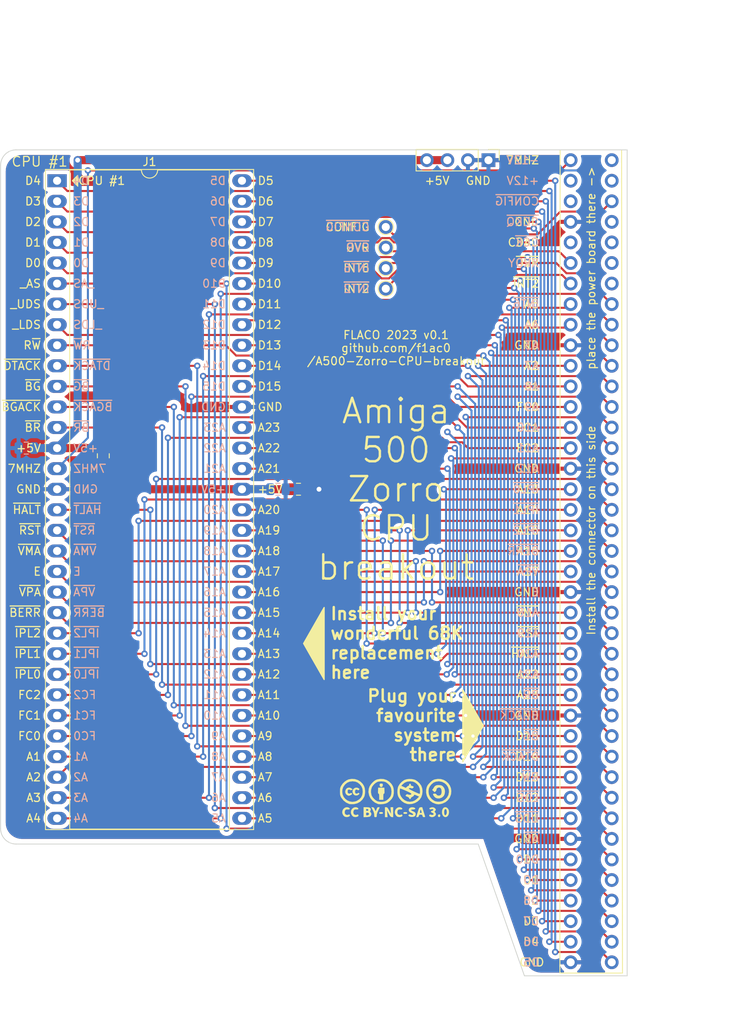
<source format=kicad_pcb>
(kicad_pcb (version 20221018) (generator pcbnew)
  (layers (0 "F.Cu" signal) (31 "B.Cu" signal) (34 "B.Paste" user) (35 "F.Paste" user) (36 "B.SilkS" user "B.Silkscreen") (37 "F.SilkS" user "F.Silkscreen") (38 "B.Mask" user) (39 "F.Mask" user) (44 "Edge.Cuts" user))
  (net 0 "")
  (net 1 "+5V")
  (net 2 "GND")
  (net 3 "/CLK7")
  (net 8 "/_CONFIG")
  (net 12 "/_OVR")
  (net 14 "/_INT2")
  (net 16 "/A5")
  (net 17 "/_INT6")
  (net 18 "/A6")
  (net 19 "/A4")
  (net 20 "/A3")
  (net 21 "/A2")
  (net 22 "/A7")
  (net 23 "/A1")
  (net 24 "/A8")
  (net 25 "/A9")
  (net 26 "/A10")
  (net 27 "/A11")
  (net 28 "/A12")
  (net 29 "/A13")
  (net 30 "/_IPL0")
  (net 31 "/A14")
  (net 32 "/_IPL1")
  (net 33 "/A15")
  (net 34 "/_IPL2")
  (net 35 "/A16")
  (net 36 "/A17")
  (net 37 "/_VPA")
  (net 38 "/E")
  (net 39 "/_VMA")
  (net 40 "/A18")
  (net 41 "/_RST")
  (net 42 "/A19")
  (net 43 "/_HALT")
  (net 44 "/A20")
  (net 45 "/A22")
  (net 46 "/A21")
  (net 47 "/A23")
  (net 48 "/_BR")
  (net 49 "/_BGACK")
  (net 50 "/D15")
  (net 51 "/_BG")
  (net 52 "/D14")
  (net 53 "/_DTACK")
  (net 54 "/D13")
  (net 55 "/RW")
  (net 56 "/D12")
  (net 57 "/_LDS")
  (net 58 "/D11")
  (net 59 "/_UDS")
  (net 60 "/_AS")
  (net 61 "/D0")
  (net 62 "/D10")
  (net 63 "/D1")
  (net 64 "/D9")
  (net 65 "/D2")
  (net 66 "/D8")
  (net 67 "/D3")
  (net 68 "/D7")
  (net 69 "/D4")
  (net 70 "/D6")
  (net 71 "/D5")
  (net 72 "/_BERR")
  (net 73 "/FC0")
  (net 74 "/FC1")
  (net 75 "/FC2")
  (footprint "Sassa:TestPoint_THTPad_D1.7mm_Drill1.0mm" (layer "F.Cu") (at 154.94 66.675)
    (fp_text reference "TP4" hide)
    (fp_text value "_CONFIG")
  )
  (footprint "Sassa:TestPoint_THTPad_D1.7mm_Drill1.0mm" (layer "F.Cu") (at 154.94 69.215)
    (fp_text reference "TP1" hide)
    (fp_text value "_OVR")
  )
  (footprint "Sassa:A500_ExpansionSocket_2x43_P2.54mm_5mm" (layer "F.Cu") (at 177.8 50.8)
    (fp_text reference "CN1" hide)
    (fp_text value "A500_Edge")
  )
  (footprint "Sassa:DIP-64_W22.86mm_Socket_LongPads_BigHoles1.0" (layer "F.Cu") (at 114.3 60.96)
    (fp_text reference "J1")
    (fp_text value "68000D socket")
  )
  (footprint "Capacitor_SMD:C_0805_2012Metric" (layer "F.Cu") (at 120.015 94.93 -90)
    (fp_text reference "C2" hide)
    (fp_text value "10u")
  )
  (footprint "Sassa:TestPoint_THTPad_D1.7mm_Drill1.0mm" (layer "F.Cu") (at 154.94 71.755)
    (fp_text reference "TP2" hide)
    (fp_text value "_INT6")
  )
  (footprint "Capacitor_SMD:C_0805_2012Metric" (layer "F.Cu") (at 144.145 99.06)
    (fp_text reference "C1" hide)
    (fp_text value "10u")
  )
  (footprint "Sassa:TestPoint_THTPad_D1.7mm_Drill1.0mm" (layer "F.Cu") (at 154.94 74.295)
    (fp_text reference "TP3" hide)
    (fp_text value "_INT2")
  )
  (footprint "Connector_PinHeader_2.54mm:PinHeader_1x04_P2.54mm_Vertical" (layer "F.Cu") (at 167.64 58.42 -90)
    (fp_text reference "J2" hide)
    (fp_text value "Power")
  )
  (footprint "Sassa:CC_BY_NC_SA_long_silkscreen" (layer "F.Cu") (at 156.21 137.16)
    (fp_text reference "FID1" hide)
    (fp_text value "Fiducial" hide)
  )
  (footprint "Capacitor_SMD:C_0805_2012Metric" (layer "B.Cu") (at 141.605 99.06)
    (fp_text reference "C3" hide)
    (fp_text value "10u")
  )
  (footprint "Capacitor_SMD:C_0805_2012Metric" (layer "B.Cu") (at 110.49 93.98 180)
    (fp_text reference "C4" hide)
    (fp_text value "10u")
  )
  (gr_poly (pts (xy 164.465 132.715) (xy 164.465 123.825) (xy 167.005 128.27)) (stroke (width 0.15)) (fill solid) (layer "F.SilkS"))
  (gr_poly (pts (xy 116.205 60.96) (xy 116.84 61.595) (xy 116.84 60.325)) (stroke (width 0.15)) (fill solid) (layer "F.SilkS"))
  (gr_poly (pts (xy 147.32 113.665) (xy 147.32 122.555) (xy 144.78 118.11)) (stroke (width 0.15)) (fill solid) (layer "F.SilkS"))
  (gr_line (start 184.785 57.15) (end 109.22 57.15) (stroke (width 0.1)) (layer "Edge.Cuts"))
  (gr_line (start 107.315 59.055) (end 107.315 140.97) (stroke (width 0.1)) (layer "Edge.Cuts"))
  (gr_line (start 184.785 159.15) (end 172.085 159.15) (stroke (width 0.1)) (layer "Edge.Cuts"))
  (gr_arc (start 107.315 59.055) (mid 107.872962 57.707962) (end 109.22 57.15) (stroke (width 0.1)) (layer "Edge.Cuts"))
  (gr_line (start 109.22 142.875) (end 166.37 142.875) (stroke (width 0.1)) (layer "Edge.Cuts"))
  (gr_line (start 166.37 142.875) (end 172.085 159.15) (stroke (width 0.1)) (layer "Edge.Cuts"))
  (gr_line (start 184.785 57.15) (end 184.785 159.15) (stroke (width 0.1)) (layer "Edge.Cuts"))
  (gr_arc (start 109.22 142.875) (mid 107.872962 142.317038) (end 107.315 140.97) (stroke (width 0.1)) (layer "Edge.Cuts"))
  (gr_text "~{CONFIG}" (at 153.035 66.675) (layer "B.SilkS") (effects (font (size 1 1)) (justify left mirror)))
  (gr_text "D10" (at 173.99 144.78) (layer "B.SilkS") (effects (font (size 1 1)) (justify left mirror)))
  (gr_text "D12" (at 135.255 78.74) (layer "B.SilkS") (effects (font (size 1 1)) (justify left mirror)))
  (gr_text "~{CCKQ}" (at 173.99 66.04) (layer "B.SilkS") (effects (font (size 1 1)) (justify left mirror)))
  (gr_text "~{IPL2}" (at 116.205 116.84) (layer "B.SilkS") (effects (font (size 1 1)) (justify right mirror)))
  (gr_text "A8" (at 135.255 132.08) (layer "B.SilkS") (effects (font (size 1 1)) (justify left mirror)))
  (gr_text "D7" (at 173.99 152.4) (layer "B.SilkS") (effects (font (size 1 1)) (justify left mirror)))
  (gr_text "E" (at 173.99 111.76) (layer "B.SilkS") (effects (font (size 1 1)) (justify left mirror)))
  (gr_text "A19" (at 135.255 104.14) (layer "B.SilkS") (effects (font (size 1 1)) (justify left mirror)))
  (gr_text "D7" (at 135.255 66.04) (layer "B.SilkS") (effects (font (size 1 1)) (justify left mirror)))
  (gr_text "~{DTACK}" (at 173.99 132.08) (layer "B.SilkS") (effects (font (size 1 1)) (justify left mirror)))
  (gr_text "~{HALT}" (at 116.205 101.6) (layer "B.SilkS") (effects (font (size 1 1)) (justify right mirror)))
  (gr_text "+5V" (at 116.205 93.98) (layer "B.SilkS") (effects (font (size 1 1)) (justify right mirror)))
  (gr_text "A19" (at 173.99 116.84) (layer "B.SilkS") (effects (font (size 1 1)) (justify left mirror)))
  (gr_text "~{BR}" (at 116.205 91.44) (layer "B.SilkS") (effects (font (size 1 1)) (justify right mirror)))
  (gr_text "A5" (at 135.255 139.7) (layer "B.SilkS") (effects (font (size 1 1)) (justify left mirror)))
  (gr_text "R~{W}" (at 173.99 134.62) (layer "B.SilkS") (effects (font (size 1 1)) (justify left mirror)))
  (gr_text "+5V" (at 135.255 99.06) (layer "B.SilkS") (effects (font (size 1 1)) (justify left mirror)))
  (gr_text "~{VMA}" (at 116.205 106.68) (layer "B.SilkS") (effects (font (size 1 1)) (justify right mirror)))
  (gr_text "A20" (at 173.99 119.38) (layer "B.SilkS") (effects (font (size 1 1)) (justify left mirror)))
  (gr_text "A9" (at 135.255 129.54) (layer "B.SilkS") (effects (font (size 1 1)) (justify left mirror)))
  (gr_text "A8" (at 173.99 86.36) (layer "B.SilkS") (effects (font (size 1 1)) (justify left mirror)))
  (gr_text "D1" (at 116.205 68.58) (layer "B.SilkS") (effects (font (size 1 1)) (justify right mirror)))
  (gr_text "A3" (at 116.205 137.16) (layer "B.SilkS") (effects (font (size 1 1)) (justify right mirror)))
  (gr_text "~{OVR}" (at 153.035 69.215) (layer "B.SilkS") (effects (font (size 1 1)) (justify left mirror)))
  (gr_text "~{VPA}" (at 173.99 109.22) (layer "B.SilkS") (effects (font (size 1 1)) (justify left mirror)))
  (gr_text "~{IPL0}" (at 173.99 99.06) (layer "B.SilkS") (effects (font (size 1 1)) (justify left mirror)))
  (gr_text "GND" (at 116.205 99.06) (layer "B.SilkS") (effects (font (size 1 1)) (justify right mirror)))
  (gr_text "~{INT2}" (at 153.035 74.295) (layer "B.SilkS") (effects (font (size 1 1)) (justify left mirror)))
  (gr_text "_UDS" (at 116.205 76.2) (layer "B.SilkS") (effects (font (size 1 1)) (justify right mirror)))
  (gr_text "A21" (at 135.255 96.52) (layer "B.SilkS") (effects (font (size 1 1)) (justify left mirror)))
  (gr_text "A17" (at 135.255 109.22) (layer "B.SilkS") (effects (font (size 1 1)) (justify left mirror)))
  (gr_text "D9" (at 135.255 71.12) (layer "B.SilkS") (effects (font (size 1 1)) (justify left mirror)))
  (gr_text "FC0" (at 116.205 129.54) (layer "B.SilkS") (effects (font (size 1 1)) (justify right mirror)))
  (gr_text "A11" (at 135.255 124.46) (layer "B.SilkS") (effects (font (size 1 1)) (justify left mirror)))
  (gr_text "D9" (at 173.99 147.32) (layer "B.SilkS") (effects (font (size 1 1)) (justify left mirror)))
  (gr_text "~{IPL0}" (at 116.205 121.92) (layer "B.SilkS") (effects (font (size 1 1)) (justify right mirror)))
  (gr_text "D10" (at 135.255 73.66) (layer "B.SilkS") (effects (font (size 1 1)) (justify left mirror)))
  (gr_text "D13" (at 135.255 81.28) (layer "B.SilkS") (effects (font (size 1 1)) (justify left mirror)))
  (gr_text "~{BERR}" (at 173.99 106.68) (layer "B.SilkS") (effects (font (size 1 1)) (justify left mirror)))
  (gr_text "~{INT6}" (at 173.99 76.2) (layer "B.SilkS") (effects (font (size 1 1)) (justify left mirror)))
  (gr_text "A4" (at 116.205 139.7) (layer "B.SilkS") (effects (font (size 1 1)) (justify right mirror)))
  (gr_text "D8" (at 135.255 68.58) (layer "B.SilkS") (effects (font (size 1 1)) (justify left mirror)))
  (gr_text "~{CONFIG}" (at 173.99 63.5) (layer "B.SilkS") (effects (font (size 1 1)) (justify left mirror)))
  (gr_text "D14" (at 135.255 83.82) (layer "B.SilkS") (effects (font (size 1 1)) (justify left mirror)))
  (gr_text "~{BGACK}" (at 116.205 88.9) (layer "B.SilkS") (effects (font (size 1 1)) (justify right mirror)))
  (gr_text "D6" (at 173.99 154.94) (layer "B.SilkS") (effects (font (size 1 1)) (justify left mirror)))
  (gr_text "A18" (at 173.99 114.3) (layer "B.SilkS") (effects (font (size 1 1)) (justify left mirror)))
  (gr_text "A7" (at 173.99 83.82) (layer "B.SilkS") (effects (font (size 1 1)) (justify left mirror)))
  (gr_text "~{LDS}" (at 173.99 137.16) (layer "B.SilkS") (effects (font (size 1 1)) (justify left mirror)))
  (gr_text "A10" (at 135.255 127) (layer "B.SilkS") (effects (font (size 1 1)) (justify left mirror)))
  (gr_text "_AS" (at 116.205 73.66) (layer "B.SilkS") (effects (font (size 1 1)) (justify right mirror)))
  (gr_text "_LDS" (at 116.205 78.74) (layer "B.SilkS") (effects (font (size 1 1)) (justify right mirror)))
  (gr_text "~{IPL1}" (at 173.99 101.6) (layer "B.SilkS") (effects (font (size 1 1)) (justify left mirror)))
  (gr_text "A14" (at 135.255 116.84) (layer "B.SilkS") (effects (font (size 1 1)) (justify left mirror)))
  (gr_text "A21" (at 173.99 121.92) (layer "B.SilkS") (effects (font (size 1 1)) (justify left mirror)))
  (gr_text "A20" (at 135.255 101.6) (layer "B.SilkS") (effects (font (size 1 1)) (justify left mirror)))
  (gr_text "A18" (at 135.255 106.68) (layer "B.SilkS") (effects (font (size 1 1)) (justify left mirror)))
  (gr_text "A4" (at 173.99 78.74) (layer "B.SilkS") (effects (font (size 1 1)) (justify left mirror)))
  (gr_text "~{BG}" (at 173.99 129.54) (layer "B.SilkS") (effects (font (size 1 1)) (justify left mirror)))
  (gr_text "~{CCK}" (at 173.99 68.58) (layer "B.SilkS") (effects (font (size 1 1)) (justify left mirror)))
  (gr_text "~{IPL2}" (at 173.99 104.14) (layer "B.SilkS") (effects (font (size 1 1)) (justify left mirror)))
  (gr_text "A15" (at 135.255 114.3) (layer "B.SilkS") (effects (font (size 1 1)) (justify left mirror)))
  (gr_text "A7" (at 135.255 134.62) (layer "B.SilkS") (effects (font (size 1 1)) (justify left mirror)))
  (gr_text "~{BGACK}" (at 173.99 127) (layer "B.SilkS") (effects (font (size 1 1)) (justify left mirror)))
  (gr_text "D15" (at 135.255 86.36) (layer "B.SilkS") (effects (font (size 1 1)) (justify left mirror)))
  (gr_text "FC1" (at 116.205 127) (layer "B.SilkS") (effects (font (size 1 1)) (justify right mirror)))
  (gr_text "XRDY" (at 173.99 71.12) (layer "B.SilkS") (effects (font (size 1 1)) (justify left mirror)))
  (gr_text "~{IPL1}" (at 116.205 119.38) (layer "B.SilkS") (effects (font (size 1 1)) (justify right mirror)))
  (gr_text "D5" (at 135.255 60.96) (layer "B.SilkS") (effects (font (size 1 1)) (justify left mirror)))
  (gr_text "-12V" (at 173.99 58.42) (layer "B.SilkS") (effects (font (size 1 1)) (justify left mirror)))
  (gr_text "A9" (at 173.99 88.9) (layer "B.SilkS") (effects (font (size 1 1)) (justify left mirror)))
  (gr_text "D6" (at 135.255 63.5) (layer "B.SilkS") (effects (font (size 1 1)) (justify left mirror)))
  (gr_text "FC2" (at 116.205 124.46) (layer "B.SilkS") (effects (font (size 1 1)) (justify right mirror)))
  (gr_text "A13" (at 135.255 119.38) (layer "B.SilkS") (effects (font (size 1 1)) (justify left mirror)))
  (gr_text "D4" (at 116.205 60.96) (layer "B.SilkS") (effects (font (size 1 1)) (justify right mirror)))
  (gr_text "A12" (at 135.255 121.92) (layer "B.SilkS") (effects (font (size 1 1)) (justify left mirror)))
  (gr_text "~{VPA}" (at 116.205 111.76) (layer "B.SilkS") (effects (font (size 1 1)) (justify right mirror)))
  (gr_text "~{BR}" (at 173.99 124.46) (layer "B.SilkS") (effects (font (size 1 1)) (justify left mirror)))
  (gr_text "A16" (at 135.255 111.76) (layer "B.SilkS") (effects (font (size 1 1)) (justify left mirror)))
  (gr_text "~{AS}" (at 173.99 142.24) (layer "B.SilkS") (effects (font (size 1 1)) (justify left mirror)))
  (gr_text "GND" (at 135.255 88.9) (layer "B.SilkS") (effects (font (size 1 1)) (justify left mirror)))
  (gr_text "D5" (at 173.99 157.48) (layer "B.SilkS") (effects (font (size 1 1)) (justify left mirror)))
  (gr_text "A3" (at 173.99 81.28) (layer "B.SilkS") (effects (font (size 1 1)) (justify left mirror)))
  (gr_text "A1" (at 116.205 132.08) (layer "B.SilkS") (effects (font (size 1 1)) (justify right mirror)))
  (gr_text "~{BG}" (at 116.205 86.36) (layer "B.SilkS") (effects (font (size 1 1)) (justify right mirror)))
  (gr_text "D3" (at 116.205 63.5) (layer "B.SilkS") (effects (font (size 1 1)) (justify right mirror)))
  (gr_text "A10" (at 173.99 91.44) (layer "B.SilkS") (effects (font (size 1 1)) (justify left mirror)))
  (gr_text "R~{W}" (at 116.205 81.28) (layer "B.SilkS") (effects (font (size 1 1)) (justify right mirror)))
  (gr_text "A6" (at 135.255 137.16) (layer "B.SilkS") (effects (font (size 1 1)) (justify left mirror)))
  (gr_text "~{BERR}" (at 116.205 114.3) (layer "B.SilkS") (effects (font (size 1 1)) (justify right mirror)))
  (gr_text "D2" (at 116.205 66.04) (layer "B.SilkS") (effects (font (size 1 1)) (justify right mirror)))
  (gr_text "~{INT6}" (at 153.035 71.755) (layer "B.SilkS") (effects (font (size 1 1)) (justify left mirror)))
  (gr_text "+12V" (at 173.99 60.96) (layer "B.SilkS") (effects (font (size 1 1)) (justify left mirror)))
  (gr_text "D8" (at 173.99 149.86) (layer "B.SilkS") (effects (font (size 1 1)) (justify left mirror)))
  (gr_text "~{DTACK}" (at 116.205 83.82) (layer "B.SilkS") (effects (font (size 1 1)) (justify right mirror)))
  (gr_text "A23" (at 135.255 91.44) (layer "B.SilkS") (effects (font (size 1 1)) (justify left mirror)))
  (gr_text "A12" (at 173.99 96.52) (layer "B.SilkS") (effects (font (size 1 1)) (justify left mirror)))
  (gr_text "A2" (at 116.205 134.62) (layer "B.SilkS") (effects (font (size 1 1)) (justify right mirror)))
  (gr_text "D0" (at 116.205 71.12) (layer "B.SilkS") (effects (font (size 1 1)) (justify right mirror)))
  (gr_text "7MHZ" (at 116.205 96.52) (layer "B.SilkS") (effects (font (size 1 1)) (justify right mirror)))
  (gr_text "A11" (at 173.99 93.98) (layer "B.SilkS") (effects (font (size 1 1)) (justify left mirror)))
  (gr_text "~{RST}" (at 116.205 104.14) (layer "B.SilkS") (effects (font (size 1 1)) (justify right mirror)))
  (gr_text "A22" (at 135.255 93.98) (layer "B.SilkS") (effects (font (size 1 1)) (justify left mirror)))
  (gr_text "D11" (at 135.255 76.2) (layer "B.SilkS") (effects (font (size 1 1)) (justify left mirror)))
  (gr_text "E" (at 116.205 109.22) (layer "B.SilkS") (effects (font (size 1 1)) (justify right mirror)))
  (gr_text "~{UDS}" (at 173.99 139.7) (layer "B.SilkS") (effects (font (size 1 1)) (justify left mirror)))
  (gr_text "D7" (at 139.01738 66.04) (layer "F.SilkS") (effects (font (size 1 1)) (justify left)))
  (gr_text "_UDS" (at 112.395 76.2) (layer "F.SilkS") (effects (font (size 1 1)) (justify right)))
  (gr_text "A13" (at 173.99 99.06) (layer "F.SilkS") (effects (font (size 1 1)) (justify right)))
  (gr_text "FLACO 2023 v0.1\ngithub.com/f1ac0\n/A500-Zorro-CPU-breakout" (at 156.21 83.82) (layer "F.SilkS") (effects (font (size 1 1)) (justify bottom)))
  (gr_text "A10" (at 139.01738 127) (layer "F.SilkS") (effects (font (size 1 1)) (justify left)))
  (gr_text "A2" (at 173.99 83.82) (layer "F.SilkS") (effects (font (size 1 1)) (justify right)))
  (gr_text "A12" (at 139.01738 121.92) (layer "F.SilkS") (effects (font (size 1 1)) (justify left)))
  (gr_text "+5V" (at 112.395 93.98) (layer "F.SilkS") (effects (font (size 1 1)) (justify right)))
  (gr_text "D2" (at 173.99 149.86) (layer "F.SilkS") (effects (font (size 1 1)) (justify right)))
  (gr_text "~{INT2}" (at 153.035 74.295) (layer "F.SilkS") (effects (font (size 1 1)) (justify right)))
  (gr_text "A6" (at 139.01738 137.16) (layer "F.SilkS") (effects (font (size 1 1)) (justify left)))
  (gr_text "A13" (at 139.01738 119.38) (layer "F.SilkS") (effects (font (size 1 1)) (justify left)))
  (gr_text "D9" (at 139.01738 71.12) (layer "F.SilkS") (effects (font (size 1 1)) (justify left)))
  (gr_text "~{VMA}" (at 173.99 114.3) (layer "F.SilkS") (effects (font (size 1 1)) (justify right)))
  (gr_text "~{OVR}" (at 153.035 69.215) (layer "F.SilkS") (effects (font (size 1 1)) (justify right)))
  (gr_text "A5" (at 139.01738 139.7) (layer "F.SilkS") (effects (font (size 1 1)) (justify left)))
  (gr_text "GND" (at 173.99 111.76) (layer "F.SilkS") (effects (font (size 1 1)) (justify right)))
  (gr_text "~{BERR}" (at 112.395 114.3) (layer "F.SilkS") (effects (font (size 1 1)) (justify right)))
  (gr_text "GND" (at 112.395 99.06) (layer "F.SilkS") (effects (font (size 1 1)) (justify right)))
  (gr_text "~{INT2}" (at 173.99 73.66) (layer "F.SilkS") (effects (font (size 1 1)) (justify right)))
  (gr_text "~{RST}" (at 112.395 104.14) (layer "F.SilkS") (effects (font (size 1 1)) (justify right)))
  (gr_text "D14" (at 139.01738 83.82) (layer "F.SilkS") (effects (font (size 1 1)) (justify left)))
  (gr_text "A14" (at 173.99 101.6) (layer "F.SilkS") (effects (font (size 1 1)) (justify right)))
  (gr_text "GND" (at 173.99 142.24) (layer "F.SilkS") (effects (font (size 1 1)) (justify right)))
  (gr_text "A7" (at 139.01738 134.62) (layer "F.SilkS") (effects (font (size 1 1)) (justify left)))
  (gr_text "D11" (at 173.99 139.7) (layer "F.SilkS") (effects (font (size 1 1)) (justify right)))
  (gr_text "D12" (at 139.01738 78.74) (layer "F.SilkS") (effects (font (size 1 1)) (justify left)))
  (gr_text "A22" (at 139.01738 93.98) (layer "F.SilkS") (effects (font (size 1 1)) (justify left)))
  (gr_text "_AS" (at 112.395 73.66) (layer "F.SilkS") (effects (font (size 1 1)) (justify right)))
  (gr_text "GND" (at 173.99 66.04) (layer "F.SilkS") (effects (font (size 1 1)) (justify right)))
  (gr_text "+5V" (at 161.29 60.96) (layer "F.SilkS") (effects (font (size 1 1))))
  (gr_text "A15" (at 173.99 104.14) (layer "F.SilkS") (effects (font (size 1 1)) (justify right)))
  (gr_text "A9" (at 139.01738 129.54) (layer "F.SilkS") (effects (font (size 1 1)) (justify left)))
  (gr_text "D15" (at 173.99 129.54) (layer "F.SilkS") (effects (font (size 1 1)) (justify right)))
  (gr_text "~{OVR}" (at 173.99 71.12) (layer "F.SilkS") (effects (font (size 1 1)) (justify right)))
  (gr_text "CPU #1" (at 108.585 59.309) (layer "F.SilkS") (effects (font (size 1.2 1.2)) (justify left bottom)))
  (gr_text "~{BG}" (at 112.395 86.36) (layer "F.SilkS") (effects (font (size 1 1)) (justify right)))
  (gr_text "D4" (at 112.395 60.96) (layer "F.SilkS") (effects (font (size 1 1)) (justify right)))
  (gr_text "GND" (at 173.99 81.28) (layer "F.SilkS") (effects (font (size 1 1)) (justify right)))
  (gr_text "~{DTACK}" (at 112.395 83.82) (layer "F.SilkS") (effects (font (size 1 1)) (justify right)))
  (gr_text "~{IPL0}" (at 112.395 121.92) (layer "F.SilkS") (effects (font (size 1 1)) (justify right)))
  (gr_text "A5" (at 173.99 76.2) (layer "F.SilkS") (effects (font (size 1 1)) (justify right)))
  (gr_text "FC2" (at 112.395 124.46) (layer "F.SilkS") (effects (font (size 1 1)) (justify right)))
  (gr_text "A14" (at 139.01738 116.84) (layer "F.SilkS") (effects (font (size 1 1)) (justify left)))
  (gr_text "A1" (at 173.99 86.36) (layer "F.SilkS") (effects (font (size 1 1)) (justify right)))
  (gr_text "D0" (at 112.395 71.12) (layer "F.SilkS") (effects (font (size 1 1)) (justify right)))
  (gr_text "A17" (at 139.01738 109.22) (layer "F.SilkS") (effects (font (size 1 1)) (justify left)))
  (gr_text "A2" (at 112.395 134.62) (layer "F.SilkS") (effects (font (size 1 1)) (justify right)))
  (gr_text "7MHZ" (at 173.99 58.42) (layer "F.SilkS") (effects (font (size 1 1)) (justify right)))
  (gr_text "D0" (at 173.99 144.78) (layer "F.SilkS") (effects (font (size 1 1)) (justify right)))
  (gr_text "A1" (at 112.395 132.08) (layer "F.SilkS") (effects (font (size 1 1)) (justify right)))
  (gr_text "GND" (at 174.625 157.48) (layer "F.SilkS") (effects (font (size 1 1)) (justify right)))
  (gr_text "~{VMA}" (at 112.395 106.68) (layer "F.SilkS") (effects (font (size 1 1)) (justify right)))
  (gr_text "Amiga\n500\nZorro\nCPU\nbreakout" (at 156.21 99.06) (layer "F.SilkS") (effects (font (size 3 3) (thickness 0.3) bold)))
  (gr_text "GND" (at 173.99 127) (layer "F.SilkS") (effects (font (size 1 1)) (justify right)))
  (gr_text "D4" (at 173.99 154.94) (layer "F.SilkS") (effects (font (size 1 1)) (justify right)))
  (gr_text "D3" (at 112.395 63.5) (layer "F.SilkS") (effects (font (size 1 1)) (justify right)))
  (gr_text "~{CONFIG}" (at 153.035 66.675) (layer "F.SilkS") (effects (font (size 1 1)) (justify right)))
  (gr_text "~{VPA}" (at 112.395 111.76) (layer "F.SilkS") (effects (font (size 1 1)) (justify right)))
  (gr_text "A20" (at 139.01738 101.6) (layer "F.SilkS") (effects (font (size 1 1)) (justify left)))
  (gr_text "~{BR}" (at 112.395 91.44) (layer "F.SilkS") (effects (font (size 1 1)) (justify right)))
  (gr_text "place the power board there ->" (at 180.34 71.755 90) (layer "F.SilkS") (effects (font (size 1 1))))
  (gr_text "FC2" (at 173.99 93.98) (layer "F.SilkS") (effects (font (size 1 1)) (justify right)))
  (gr_text "A19" (at 139.01738 104.14) (layer "F.SilkS") (effects (font (size 1 1)) (justify left)))
  (gr_text "D6" (at 139.01738 63.5) (layer "F.SilkS") (effects (font (size 1 1)) (justify left)))
  (gr_text "D3" (at 173.99 152.4) (layer "F.SilkS") (effects (font (size 1 1)) (justify right)))
  (gr_text "CPU #1" (at 116.84 60.96) (layer "F.SilkS") (effects (font (size 1 1)) (justify left)))
  (gr_text "A16" (at 173.99 106.68) (layer "F.SilkS") (effects (font (size 1 1)) (justify right)))
  (gr_text "GND" (at 173.99 96.52) (layer "F.SilkS") (effects (font (size 1 1)) (justify right)))
  (gr_text "D10" (at 139.01738 73.66) (layer "F.SilkS") (effects (font (size 1 1)) (justify left)))
  (gr_text "E" (at 112.395 109.22) (layer "F.SilkS") (effects (font (size 1 1)) (justify right)))
  (gr_text "A21" (at 139.01738 96.52) (layer "F.SilkS") (effects (font (size 1 1)) (justify left)))
  (gr_text "+5V" (at 139.01738 99.06) (layer "F.SilkS") (effects (font (size 1 1)) (justify left)))
  (gr_text "A6" (at 173.99 78.74) (layer "F.SilkS") (effects (font (size 1 1)) (justify right)))
  (gr_text "Install the connector on this side" (at 180.34 104.14 90) (layer "F.SilkS") (effects (font (size 1 1))))
  (gr_text "R~{W}" (at 112.395 81.28) (layer "F.SilkS") (effects (font (size 1 1)) (justify right)))
  (gr_text "A23" (at 173.99 124.46) (layer "F.SilkS") (effects (font (size 1 1)) (justify right)))
  (gr_text "D15" (at 139.01738 86.36) (layer "F.SilkS") (effects (font (size 1 1)) (justify left)))
  (gr_text "D14" (at 173.99 132.08) (layer "F.SilkS") (effects (font (size 1 1)) (justify right)))
  (gr_text "D13" (at 173.99 134.62) (layer "F.SilkS") (effects (font (size 1 1)) (justify right)))
  (gr_text "A3" (at 112.395 137.16) (layer "F.SilkS") (effects (font (size 1 1)) (justify right)))
  (gr_text "D2" (at 112.395 66.04) (layer "F.SilkS") (effects (font (size 1 1)) (justify right)))
  (gr_text "A16" (at 139.01738 111.76) (layer "F.SilkS") (effects (font (size 1 1)) (justify left)))
  (gr_text "FC0" (at 173.99 88.9) (layer "F.SilkS") (effects (font (size 1 1)) (justify right)))
  (gr_text "D13" (at 139.01738 81.28) (layer "F.SilkS") (effects (font (size 1 1)) (justify left)))
  (gr_text "A22" (at 173.99 121.92) (layer "F.SilkS") (effects (font (size 1 1)) (justify right)))
  (gr_text "~{IPL2}" (at 112.395 116.84) (layer "F.SilkS") (effects (font (size 1 1)) (justify right)))
  (gr_text "A15" (at 139.01738 114.3) (layer "F.SilkS") (effects (font (size 1 1)) (justify left)))
  (gr_text "FC0" (at 112.395 129.54) (layer "F.SilkS") (effects (font (size 1 1)) (justify right)))
  (gr_text "A8" (at 139.01738 132.08) (layer "F.SilkS") (effects (font (size 1 1)) (justify left)))
  (gr_text "~{INT6}" (at 153.035 71.755) (layer "F.SilkS") (effects (font (size 1 1)) (justify right)))
  (gr_text "A17" (at 173.99 109.22) (layer "F.SilkS") (effects (font (size 1 1)) (justify right)))
  (gr_text "~{BGACK}" (at 112.395 88.9) (layer "F.SilkS") (effects (font (size 1 1)) (justify right)))
  (gr_text "A4" (at 112.395 139.7) (layer "F.SilkS") (effects (font (size 1 1)) (justify right)))
  (gr_text "GND" (at 139.01738 88.9) (layer "F.SilkS") (effects (font (size 1 1)) (justify left)))
  (gr_text "A18" (at 139.01738 106.68) (layer "F.SilkS") (effects (font (size 1 1)) (justify left)))
  (gr_text "FC1" (at 112.395 127) (layer "F.SilkS") (effects (font (size 1 1)) (justify right)))
  (gr_text "_LDS" (at 112.395 78.74) (layer "F.SilkS") (effects (font (size 1 1)) (justify right)))
  (gr_text "Install your\nwonderful 68K\nreplacement\nhere" (at 147.955 122.555) (layer "F.SilkS") (effects (font (size 1.5 1.5) (thickness 0.3) bold) (justify left bottom)))
  (gr_text "D8" (at 139.01738 68.58) (layer "F.SilkS") (effects (font (size 1 1)) (justify left)))
  (gr_text "~{HALT}" (at 173.99 119.38) (layer "F.SilkS") (effects (font (size 1 1)) (justify right)))
  (gr_text "D1" (at 173.99 147.32) (layer "F.SilkS") (effects (font (size 1 1)) (justify right)))
  (gr_text "A23" (at 139.01738 91.44) (layer "F.SilkS") (effects (font (size 1 1)) (justify left)))
  (gr_text "GND" (at 166.37 60.96) (layer "F.SilkS") (effects (font (size 1 1))))
  (gr_text "D1" (at 112.395 68.58) (layer "F.SilkS") (effects (font (size 1 1)) (justify right)))
  (gr_text "7MHZ" (at 112.395 96.52) (layer "F.SilkS") (effects (font (size 1 1)) (justify right)))
  (gr_text "~{IPL1}" (at 112.395 119.38) (layer "F.SilkS") (effects (font (size 1 1)) (justify right)))
  (gr_text "D12" (at 173.99 137.16) (layer "F.SilkS") (effects (font (size 1 1)) (justify right)))
  (gr_text "D5" (at 139.01738 60.96) (layer "F.SilkS") (effects (font (size 1 1)) (justify left)))
  (gr_text "Plug your\nfavourite\nsystem\nthere" (at 163.83 132.715) (layer "F.SilkS") (effects (font (size 1.5 1.5) (thickness 0.3) bold) (justify right bottom)))
  (gr_text "CDAC" (at 173.99 68.58) (layer "F.SilkS") (effects (font (size 1 1)) (justify right)))
  (gr_text "~{HALT}" (at 112.395 101.6) (layer "F.SilkS") (effects (font (size 1 1)) (justify right)))
  (gr_text "~{RST}" (at 173.99 116.84) (layer "F.SilkS") (effects (font (size 1 1)) (justify right)))
  (gr_text "A11" (at 139.01738 124.46) (layer "F.SilkS") (effects (font (size 1 1)) (justify left)))
  (gr_text "D11" (at 139.01738 76.2) (layer "F.SilkS") (effects (font (size 1 1)) (justify left)))
  (gr_text "FC1" (at 173.99 91.44) (layer "F.SilkS") (effects (font (size 1 1)) (justify right)))
  (segment (start 114.3 93.98) (end 120.65 93.98) (width 1) (layer "F.Cu") (net 1))
  (segment (start 125.73 99.06) (end 137.16 99.06) (width 1) (layer "F.Cu") (net 1))
  (segment (start 116.84 58.42) (end 162.56 58.42) (width 1) (layer "F.Cu") (net 1))
  (segment (start 120.65 93.98) (end 125.73 99.06) (width 1) (layer "F.Cu") (net 1))
  (segment (start 143.195 99.06) (end 137.16 99.06) (width 1) (layer "F.Cu") (net 1))
  (via (at 116.84 58.42) (size 1) (drill 0.6) (layers "F.Cu" "B.Cu") (net 1))
  (segment (start 116.84 58.42) (end 116.84 91.44) (width 1) (layer "B.Cu") (net 1))
  (segment (start 137.16 99.06) (end 140.655 99.06) (width 1) (layer "B.Cu") (net 1))
  (segment (start 116.84 91.44) (end 114.3 93.98) (width 1) (layer "B.Cu") (net 1))
  (segment (start 114.3 93.98) (end 111.44 93.98) (width 1) (layer "B.Cu") (net 1))
  (segment (start 145.095 99.06) (end 146.685 99.06) (width 1) (layer "F.Cu") (net 2))
  (via (at 146.685 99.06) (size 1) (drill 0.6) (layers "F.Cu" "B.Cu") (net 2))
  (segment (start 179.705 59.69) (end 175.895 59.69) (width 0.25) (layer "B.Cu") (net 2))
  (segment (start 118.11 59.69) (end 176.53 59.69) (width 0.25) (layer "F.Cu") (net 3))
  (segment (start 176.53 59.69) (end 177.8 58.42) (width 0.25) (layer "F.Cu") (net 3))
  (via (at 118.11 59.69) (size 0.8) (drill 0.4) (layers "F.Cu" "B.Cu") (net 3))
  (segment (start 118.11 92.71) (end 114.3 96.52) (width 0.25) (layer "B.Cu") (net 3))
  (segment (start 118.11 59.69) (end 118.11 92.71) (width 0.25) (layer "B.Cu") (net 3))
  (segment (start 181.61 64.77) (end 182.88 63.5) (width 0.25) (layer "F.Cu") (net 8))
  (segment (start 155.845492 67.580492) (end 173.719508 67.580492) (width 0.25) (layer "F.Cu") (net 8))
  (segment (start 173.719508 67.580492) (end 176.53 64.77) (width 0.25) (layer "F.Cu") (net 8))
  (segment (start 176.53 64.77) (end 181.61 64.77) (width 0.25) (layer "F.Cu") (net 8))
  (segment (start 154.94 66.675) (end 155.845492 67.580492) (width 0.25) (layer "F.Cu") (net 8))
  (segment (start 176.3505 69.6705) (end 155.3955 69.6705) (width 0.25) (layer "F.Cu") (net 12))
  (segment (start 155.3955 69.6705) (end 154.94 69.215) (width 0.25) (layer "F.Cu") (net 12))
  (segment (start 177.8 71.12) (end 176.3505 69.6705) (width 0.25) (layer "F.Cu") (net 12))
  (segment (start 176.728433 72.588433) (end 177.8 73.66) (width 0.25) (layer "F.Cu") (net 14))
  (segment (start 154.94 74.295) (end 156.646567 72.588433) (width 0.25) (layer "F.Cu") (net 14))
  (segment (start 156.646567 72.588433) (end 176.728433 72.588433) (width 0.25) (layer "F.Cu") (net 14))
  (segment (start 169.220997 139.7) (end 137.16 139.7) (width 0.25) (layer "F.Cu") (net 16))
  (segment (start 177.34676 76.65324) (end 177.8 76.2) (width 0.25) (layer "F.Cu") (net 16))
  (segment (start 170.2205 76.65324) (end 177.34676 76.65324) (width 0.25) (layer "F.Cu") (net 16))
  (via (at 170.2205 76.65324) (size 0.8) (drill 0.4) (layers "F.Cu" "B.Cu") (net 16))
  (via (at 169.220997 139.7) (size 0.8) (drill 0.4) (layers "F.Cu" "B.Cu") (net 16))
  (segment (start 170.2205 76.65324) (end 170.495 76.92774) (width 0.25) (layer "B.Cu") (net 16))
  (segment (start 170.495 76.92774) (end 170.495 138.400195) (width 0.25) (layer "B.Cu") (net 16))
  (segment (start 169.220997 139.674198) (end 169.220997 139.7) (width 0.25) (layer "B.Cu") (net 16))
  (segment (start 170.495 138.400195) (end 169.220997 139.674198) (width 0.25) (layer "B.Cu") (net 16))
  (segment (start 155.575 71.12) (end 154.94 71.755) (width 0.25) (layer "F.Cu") (net 17))
  (segment (start 179.07 72.39) (end 177.28665 72.39) (width 0.25) (layer "F.Cu") (net 17))
  (segment (start 176.01665 71.12) (end 155.575 71.12) (width 0.25) (layer "F.Cu") (net 17))
  (segment (start 177.28665 72.39) (end 176.01665 71.12) (width 0.25) (layer "F.Cu") (net 17))
  (segment (start 182.88 76.2) (end 179.07 72.39) (width 0.25) (layer "F.Cu") (net 17))
  (segment (start 169.306577 79.0985) (end 177.4415 79.0985) (width 0.25) (layer "F.Cu") (net 18))
  (segment (start 137.16 137.16) (end 168.275 137.16) (width 0.25) (layer "F.Cu") (net 18))
  (segment (start 177.4415 79.0985) (end 177.8 78.74) (width 0.25) (layer "F.Cu") (net 18))
  (via (at 168.275 137.16) (size 0.8) (drill 0.4) (layers "F.Cu" "B.Cu") (net 18))
  (via (at 169.306577 79.0985) (size 0.8) (drill 0.4) (layers "F.Cu" "B.Cu") (net 18))
  (segment (start 169.595 135.84) (end 168.275 137.16) (width 0.25) (layer "B.Cu") (net 18))
  (segment (start 169.595 79.386923) (end 169.595 135.84) (width 0.25) (layer "B.Cu") (net 18))
  (segment (start 169.306577 79.0985) (end 169.595 79.386923) (width 0.25) (layer "B.Cu") (net 18))
  (segment (start 158.113604 74.93) (end 179.07 74.93) (width 0.25) (layer "F.Cu") (net 19))
  (segment (start 153.403691 76.57) (end 156.473604 76.57) (width 0.25) (layer "F.Cu") (net 19))
  (segment (start 156.473604 76.57) (end 158.113604 74.93) (width 0.25) (layer "F.Cu") (net 19))
  (segment (start 134.5305 74.93) (end 151.763691 74.93) (width 0.25) (layer "F.Cu") (net 19))
  (segment (start 151.763691 74.93) (end 153.403691 76.57) (width 0.25) (layer "F.Cu") (net 19))
  (segment (start 179.07 74.93) (end 182.88 78.74) (width 0.25) (layer "F.Cu") (net 19))
  (segment (start 134.5305 139.7) (end 114.3 139.7) (width 0.25) (layer "F.Cu") (net 19))
  (via (at 134.5305 139.7) (size 0.8) (drill 0.4) (layers "F.Cu" "B.Cu") (net 19))
  (via (at 134.5305 74.93) (size 0.8) (drill 0.4) (layers "F.Cu" "B.Cu") (net 19))
  (segment (start 134.5305 139.7) (end 134.5305 74.93) (width 0.25) (layer "B.Cu") (net 19))
  (segment (start 133.081 137.16) (end 114.3 137.16) (width 0.25) (layer "F.Cu") (net 20))
  (segment (start 133.081 77.47) (end 179.07 77.47) (width 0.25) (layer "F.Cu") (net 20))
  (segment (start 179.07 77.47) (end 182.88 81.28) (width 0.25) (layer "F.Cu") (net 20))
  (via (at 133.081 137.16) (size 0.8) (drill 0.4) (layers "F.Cu" "B.Cu") (net 20))
  (via (at 133.081 77.47) (size 0.8) (drill 0.4) (layers "F.Cu" "B.Cu") (net 20))
  (segment (start 133.081 137.16) (end 133.081 77.47) (width 0.25) (layer "B.Cu") (net 20))
  (segment (start 165.735 133.35) (end 115.57 133.35) (width 0.25) (layer "F.Cu") (net 21))
  (segment (start 166.37 83.82) (end 177.8 83.82) (width 0.25) (layer "F.Cu") (net 21))
  (segment (start 115.57 133.35) (end 114.3 134.62) (width 0.25) (layer "F.Cu") (net 21))
  (via (at 166.37 83.82) (size 0.8) (drill 0.4) (layers "F.Cu" "B.Cu") (net 21))
  (via (at 165.735 133.35) (size 0.8) (drill 0.4) (layers "F.Cu" "B.Cu") (net 21))
  (segment (start 165.735 133.35) (end 167.345 131.74) (width 0.25) (layer "B.Cu") (net 21))
  (segment (start 167.345 131.74) (end 167.345 84.795) (width 0.25) (layer "B.Cu") (net 21))
  (segment (start 167.345 84.795) (end 166.37 83.82) (width 0.25) (layer "B.Cu") (net 21))
  (segment (start 137.16 134.62) (end 167.005 134.62) (width 0.25) (layer "F.Cu") (net 22))
  (segment (start 181.61 82.55) (end 182.88 83.82) (width 0.25) (layer "F.Cu") (net 22))
  (segment (start 167.9705 82.220716) (end 168.299784 82.55) (width 0.25) (layer "F.Cu") (net 22))
  (segment (start 168.299784 82.55) (end 181.61 82.55) (width 0.25) (layer "F.Cu") (net 22))
  (via (at 167.9705 82.220716) (size 0.8) (drill 0.4) (layers "F.Cu" "B.Cu") (net 22))
  (via (at 167.005 134.62) (size 0.8) (drill 0.4) (layers "F.Cu" "B.Cu") (net 22))
  (segment (start 168.245 82.495216) (end 167.9705 82.220716) (width 0.25) (layer "B.Cu") (net 22))
  (segment (start 167.005 134.62) (end 168.245 133.38) (width 0.25) (layer "B.Cu") (net 22))
  (segment (start 168.245 133.38) (end 168.245 82.495216) (width 0.25) (layer "B.Cu") (net 22))
  (segment (start 163.83 85.09) (end 165.1 86.36) (width 0.25) (layer "F.Cu") (net 23))
  (segment (start 132.356 85.09) (end 163.83 85.09) (width 0.25) (layer "F.Cu") (net 23))
  (segment (start 165.1 86.36) (end 177.8 86.36) (width 0.25) (layer "F.Cu") (net 23))
  (segment (start 132.356 132.08) (end 114.3 132.08) (width 0.25) (layer "F.Cu") (net 23))
  (via (at 132.356 132.08) (size 0.8) (drill 0.4) (layers "F.Cu" "B.Cu") (net 23))
  (via (at 132.356 85.09) (size 0.8) (drill 0.4) (layers "F.Cu" "B.Cu") (net 23))
  (segment (start 132.356 85.09) (end 132.356 132.08) (width 0.25) (layer "B.Cu") (net 23))
  (segment (start 165.1 85.09) (end 181.61 85.09) (width 0.25) (layer "F.Cu") (net 24))
  (segment (start 137.16 132.08) (end 164.465 132.08) (width 0.25) (layer "F.Cu") (net 24))
  (segment (start 181.61 85.09) (end 182.88 86.36) (width 0.25) (layer "F.Cu") (net 24))
  (via (at 164.465 132.08) (size 0.8) (drill 0.4) (layers "F.Cu" "B.Cu") (net 24))
  (via (at 165.1 85.09) (size 0.8) (drill 0.4) (layers "F.Cu" "B.Cu") (net 24))
  (segment (start 164.465 132.08) (end 166.445 130.1) (width 0.25) (layer "B.Cu") (net 24))
  (segment (start 166.445 86.435) (end 165.1 85.09) (width 0.25) (layer "B.Cu") (net 24))
  (segment (start 166.445 130.1) (end 166.445 86.435) (width 0.25) (layer "B.Cu") (net 24))
  (segment (start 181.61 87.63) (end 182.88 88.9) (width 0.25) (layer "F.Cu") (net 25))
  (segment (start 164.465 129.54) (end 137.16 129.54) (width 0.25) (layer "F.Cu") (net 25))
  (segment (start 163.83 87.63) (end 181.61 87.63) (width 0.25) (layer "F.Cu") (net 25))
  (via (at 163.83 87.63) (size 0.8) (drill 0.4) (layers "F.Cu" "B.Cu") (net 25))
  (via (at 164.465 129.54) (size 0.8) (drill 0.4) (layers "F.Cu" "B.Cu") (net 25))
  (segment (start 165.545 128.46) (end 165.545 89.345) (width 0.25) (layer "B.Cu") (net 25))
  (segment (start 164.465 129.54) (end 165.545 128.46) (width 0.25) (layer "B.Cu") (net 25))
  (segment (start 165.545 89.345) (end 163.83 87.63) (width 0.25) (layer "B.Cu") (net 25))
  (segment (start 164.8205 90.136551) (end 165.093201 90.136551) (width 0.25) (layer "F.Cu") (net 26))
  (segment (start 164.465 127) (end 164.8205 127) (width 0.25) (layer "F.Cu") (net 26))
  (segment (start 165.12665 90.17) (end 181.61 90.17) (width 0.25) (layer "F.Cu") (net 26))
  (segment (start 165.093201 90.136551) (end 165.12665 90.17) (width 0.25) (layer "F.Cu") (net 26))
  (segment (start 137.16 127) (end 164.465 127) (width 0.25) (layer "F.Cu") (net 26))
  (segment (start 181.61 90.17) (end 182.88 91.44) (width 0.25) (layer "F.Cu") (net 26))
  (via (at 164.8205 127) (size 0.8) (drill 0.4) (layers "F.Cu" "B.Cu") (net 26))
  (via (at 164.8205 90.136551) (size 0.8) (drill 0.4) (layers "F.Cu" "B.Cu") (net 26))
  (segment (start 165.095 90.411051) (end 165.095 126.7255) (width 0.25) (layer "B.Cu") (net 26))
  (segment (start 164.8205 90.136551) (end 165.095 90.411051) (width 0.25) (layer "B.Cu") (net 26))
  (segment (start 165.095 126.7255) (end 164.8205 127) (width 0.25) (layer "B.Cu") (net 26))
  (segment (start 181.61 92.71) (end 182.88 93.98) (width 0.25) (layer "F.Cu") (net 27))
  (segment (start 162.56 91.985795) (end 163.284205 92.71) (width 0.25) (layer "F.Cu") (net 27))
  (segment (start 137.16 124.46) (end 163.195 124.46) (width 0.25) (layer "F.Cu") (net 27))
  (segment (start 163.284205 92.71) (end 181.61 92.71) (width 0.25) (layer "F.Cu") (net 27))
  (via (at 163.195 124.46) (size 0.8) (drill 0.4) (layers "F.Cu" "B.Cu") (net 27))
  (via (at 162.56 91.985795) (size 0.8) (drill 0.4) (layers "F.Cu" "B.Cu") (net 27))
  (segment (start 164.195 93.620795) (end 164.195 123.46) (width 0.25) (layer "B.Cu") (net 27))
  (segment (start 162.56 91.985795) (end 164.195 93.620795) (width 0.25) (layer "B.Cu") (net 27))
  (segment (start 164.195 123.46) (end 163.195 124.46) (width 0.25) (layer "B.Cu") (net 27))
  (segment (start 137.16 121.92) (end 162.470997 121.92) (width 0.25) (layer "F.Cu") (net 28))
  (segment (start 163.0205 95.25) (end 181.61 95.25) (width 0.25) (layer "F.Cu") (net 28))
  (segment (start 181.61 95.25) (end 182.88 96.52) (width 0.25) (layer "F.Cu") (net 28))
  (via (at 162.470997 121.92) (size 0.8) (drill 0.4) (layers "F.Cu" "B.Cu") (net 28))
  (via (at 163.0205 95.25) (size 0.8) (drill 0.4) (layers "F.Cu" "B.Cu") (net 28))
  (segment (start 163.295 95.5245) (end 163.0205 95.25) (width 0.25) (layer "B.Cu") (net 28))
  (segment (start 162.7455 121.619695) (end 163.295 121.070195) (width 0.25) (layer "B.Cu") (net 28))
  (segment (start 162.470997 121.92) (end 162.7455 121.645497) (width 0.25) (layer "B.Cu") (net 28))
  (segment (start 163.295 121.070195) (end 163.295 95.5245) (width 0.25) (layer "B.Cu") (net 28))
  (segment (start 162.7455 121.645497) (end 162.7455 121.619695) (width 0.25) (layer "B.Cu") (net 28))
  (segment (start 162.1205 99.06) (end 177.8 99.06) (width 0.25) (layer "F.Cu") (net 29))
  (segment (start 137.16 119.38) (end 161.29 119.38) (width 0.25) (layer "F.Cu") (net 29))
  (via (at 161.29 119.38) (size 0.8) (drill 0.4) (layers "F.Cu" "B.Cu") (net 29))
  (via (at 162.1205 99.06) (size 0.8) (drill 0.4) (layers "F.Cu" "B.Cu") (net 29))
  (segment (start 162.395 118.275) (end 162.395 99.3345) (width 0.25) (layer "B.Cu") (net 29))
  (segment (start 161.29 119.38) (end 162.395 118.275) (width 0.25) (layer "B.Cu") (net 29))
  (segment (start 162.395 99.3345) (end 162.1205 99.06) (width 0.25) (layer "B.Cu") (net 29))
  (segment (start 126.5515 121.92) (end 114.3 121.92) (width 0.25) (layer "F.Cu") (net 30))
  (segment (start 126.5515 97.79) (end 181.61 97.79) (width 0.25) (layer "F.Cu") (net 30))
  (segment (start 181.61 97.79) (end 182.88 99.06) (width 0.25) (layer "F.Cu") (net 30))
  (via (at 126.5515 97.79) (size 0.8) (drill 0.4) (layers "F.Cu" "B.Cu") (net 30))
  (via (at 126.5515 121.92) (size 0.8) (drill 0.4) (layers "F.Cu" "B.Cu") (net 30))
  (segment (start 126.5515 121.92) (end 126.5515 97.79) (width 0.25) (layer "B.Cu") (net 30))
  (segment (start 153.575994 101.6) (end 177.8 101.6) (width 0.25) (layer "F.Cu") (net 31))
  (segment (start 153.575994 116.84) (end 137.16 116.84) (width 0.25) (layer "F.Cu") (net 31))
  (via (at 153.575994 101.6) (size 0.8) (drill 0.4) (layers "F.Cu" "B.Cu") (net 31))
  (via (at 153.575994 116.84) (size 0.8) (drill 0.4) (layers "F.Cu" "B.Cu") (net 31))
  (segment (start 153.575994 101.6) (end 153.575994 116.84) (width 0.25) (layer "B.Cu") (net 31))
  (segment (start 181.61 100.33) (end 182.88 101.6) (width 0.25) (layer "F.Cu") (net 32))
  (segment (start 125.102 100.33) (end 181.61 100.33) (width 0.25) (layer "F.Cu") (net 32))
  (segment (start 125.1025 119.38) (end 114.3 119.38) (width 0.25) (layer "F.Cu") (net 32))
  (via (at 125.1025 119.38) (size 0.8) (drill 0.4) (layers "F.Cu" "B.Cu") (net 32))
  (via (at 125.102 100.33) (size 0.8) (drill 0.4) (layers "F.Cu" "B.Cu") (net 32))
  (segment (start 125.102 119.3795) (end 125.1025 119.38) (width 0.25) (layer "B.Cu") (net 32))
  (segment (start 125.102 100.33) (end 125.102 119.3795) (width 0.25) (layer "B.Cu") (net 32))
  (segment (start 137.16 114.3) (end 157.656491 114.3) (width 0.25) (layer "F.Cu") (net 33))
  (segment (start 157.656491 104.14) (end 177.8 104.14) (width 0.25) (layer "F.Cu") (net 33))
  (via (at 157.656491 104.14) (size 0.8) (drill 0.4) (layers "F.Cu" "B.Cu") (net 33))
  (via (at 157.656491 114.3) (size 0.8) (drill 0.4) (layers "F.Cu" "B.Cu") (net 33))
  (segment (start 157.656491 104.14) (end 157.656491 114.3) (width 0.25) (layer "B.Cu") (net 33))
  (segment (start 181.705 102.965) (end 182.88 104.14) (width 0.25) (layer "F.Cu") (net 34))
  (segment (start 124.3775 116.84) (end 114.3 116.84) (width 0.25) (layer "F.Cu") (net 34))
  (segment (start 124.3775 102.965) (end 181.705 102.965) (width 0.25) (layer "F.Cu") (net 34))
  (via (at 124.3775 102.965) (size 0.8) (drill 0.4) (layers "F.Cu" "B.Cu") (net 34))
  (via (at 124.3775 116.84) (size 0.8) (drill 0.4) (layers "F.Cu" "B.Cu") (net 34))
  (segment (start 124.378 116.8395) (end 124.3775 116.84) (width 0.25) (layer "B.Cu") (net 34))
  (segment (start 124.3775 102.965) (end 124.378 102.9655) (width 0.25) (layer "B.Cu") (net 34))
  (segment (start 124.378 102.9655) (end 124.378 116.8395) (width 0.25) (layer "B.Cu") (net 34))
  (segment (start 161.6705 106.68) (end 177.8 106.68) (width 0.25) (layer "F.Cu") (net 35))
  (segment (start 137.16 111.76) (end 161.6705 111.76) (width 0.25) (layer "F.Cu") (net 35))
  (via (at 161.6705 111.76) (size 0.8) (drill 0.4) (layers "F.Cu" "B.Cu") (net 35))
  (via (at 161.6705 106.68) (size 0.8) (drill 0.4) (layers "F.Cu" "B.Cu") (net 35))
  (segment (start 161.6705 106.68) (end 161.6705 111.76) (width 0.25) (layer "B.Cu") (net 35))
  (segment (start 177.8 109.22) (end 137.16 109.22) (width 0.25) (layer "F.Cu") (net 36))
  (segment (start 181.61 107.95) (end 182.88 109.22) (width 0.25) (layer "F.Cu") (net 37))
  (segment (start 159.655497 107.95) (end 181.61 107.95) (width 0.25) (layer "F.Cu") (net 37))
  (segment (start 159.655497 113.03) (end 115.57 113.03) (width 0.25) (layer "F.Cu") (net 37))
  (segment (start 115.57 113.03) (end 114.3 111.76) (width 0.25) (layer "F.Cu") (net 37))
  (via (at 159.655497 113.03) (size 0.8) (drill 0.4) (layers "F.Cu" "B.Cu") (net 37))
  (via (at 159.655497 107.95) (size 0.8) (drill 0.4) (layers "F.Cu" "B.Cu") (net 37))
  (segment (start 159.655497 107.95) (end 159.655497 113.03) (width 0.25) (layer "B.Cu") (net 37))
  (segment (start 174.344351 110.49) (end 181.61 110.49) (width 0.25) (layer "F.Cu") (net 38))
  (segment (start 115.57 110.49) (end 114.3 109.22) (width 0.25) (layer "F.Cu") (net 38))
  (segment (start 174.344351 110.49) (end 115.57 110.49) (width 0.25) (layer "F.Cu") (net 38))
  (segment (start 181.61 110.49) (end 182.88 111.76) (width 0.25) (layer "F.Cu") (net 38))
  (segment (start 158.655994 107.95) (end 115.57 107.95) (width 0.25) (layer "F.Cu") (net 39))
  (segment (start 115.57 107.95) (end 114.3 106.68) (width 0.25) (layer "F.Cu") (net 39))
  (segment (start 158.655994 114.3) (end 177.8 114.3) (width 0.25) (layer "F.Cu") (net 39))
  (via (at 158.655994 107.95) (size 0.8) (drill 0.4) (layers "F.Cu" "B.Cu") (net 39))
  (via (at 158.655994 114.3) (size 0.8) (drill 0.4) (layers "F.Cu" "B.Cu") (net 39))
  (segment (start 158.655994 114.3) (end 158.655994 107.95) (width 0.25) (layer "B.Cu") (net 39))
  (segment (start 160.655 113.03) (end 181.61 113.03) (width 0.25) (layer "F.Cu") (net 40))
  (segment (start 181.61 113.03) (end 182.88 114.3) (width 0.25) (layer "F.Cu") (net 40))
  (segment (start 137.16 106.68) (end 160.655 106.68) (width 0.25) (layer "F.Cu") (net 40))
  (via (at 160.655 106.68) (size 0.8) (drill 0.4) (layers "F.Cu" "B.Cu") (net 40))
  (via (at 160.655 113.03) (size 0.8) (drill 0.4) (layers "F.Cu" "B.Cu") (net 40))
  (segment (start 160.655 113.03) (end 160.655 106.68) (width 0.25) (layer "B.Cu") (net 40))
  (segment (start 154.575497 105.41) (end 115.57 105.41) (width 0.25) (layer "F.Cu") (net 41))
  (segment (start 154.575497 116.84) (end 177.8 116.84) (width 0.25) (layer "F.Cu") (net 41))
  (segment (start 115.57 105.41) (end 114.3 104.14) (width 0.25) (layer "F.Cu") (net 41))
  (via (at 154.575497 105.41) (size 0.8) (drill 0.4) (layers "F.Cu" "B.Cu") (net 41))
  (via (at 154.575497 116.84) (size 0.8) (drill 0.4) (layers "F.Cu" "B.Cu") (net 41))
  (segment (start 154.575497 116.84) (end 154.575497 105.41) (width 0.25) (layer "B.Cu") (net 41))
  (segment (start 181.61 115.57) (end 182.88 116.84) (width 0.25) (layer "F.Cu") (net 42))
  (segment (start 156.656988 115.57) (end 181.61 115.57) (width 0.25) (layer "F.Cu") (net 42))
  (segment (start 137.16 104.14) (end 156.656988 104.14) (width 0.25) (layer "F.Cu") (net 42))
  (via (at 156.656988 104.14) (size 0.8) (drill 0.4) (layers "F.Cu" "B.Cu") (net 42))
  (via (at 156.656988 115.57) (size 0.8) (drill 0.4) (layers "F.Cu" "B.Cu") (net 42))
  (segment (start 156.656988 115.57) (end 156.656988 104.14) (width 0.25) (layer "B.Cu") (net 42))
  (segment (start 161.29 120.65) (end 162.56 119.38) (width 0.25) (layer "F.Cu") (net 43))
  (segment (start 162.56 119.38) (end 177.8 119.38) (width 0.25) (layer "F.Cu") (net 43))
  (segment (start 125.827 101.6) (end 114.3 101.6) (width 0.25) (layer "F.Cu") (net 43))
  (segment (start 125.827 120.65) (end 161.29 120.65) (width 0.25) (layer "F.Cu") (net 43))
  (via (at 125.827 101.6) (size 0.8) (drill 0.4) (layers "F.Cu" "B.Cu") (net 43))
  (via (at 125.827 120.65) (size 0.8) (drill 0.4) (layers "F.Cu" "B.Cu") (net 43))
  (segment (start 125.827 101.6) (end 125.827 120.65) (width 0.25) (layer "B.Cu") (net 43))
  (segment (start 181.61 118.11) (end 182.88 119.38) (width 0.25) (layer "F.Cu") (net 44))
  (segment (start 152.576491 101.6) (end 137.16 101.6) (width 0.25) (layer "F.Cu") (net 44))
  (segment (start 152.576491 118.11) (end 181.61 118.11) (width 0.25) (layer "F.Cu") (net 44))
  (via (at 152.576491 118.11) (size 0.8) (drill 0.4) (layers "F.Cu" "B.Cu") (net 44))
  (via (at 152.576491 101.6) (size 0.8) (drill 0.4) (layers "F.Cu" "B.Cu") (net 44))
  (segment (start 152.576491 118.11) (end 152.576491 101.6) (width 0.25) (layer "B.Cu") (net 44))
  (segment (start 163.4705 121.92) (end 177.8 121.92) (width 0.25) (layer "F.Cu") (net 45))
  (segment (start 163.4705 93.98) (end 137.16 93.98) (width 0.25) (layer "F.Cu") (net 45))
  (via (at 163.4705 121.92) (size 0.8) (drill 0.4) (layers "F.Cu" "B.Cu") (net 45))
  (via (at 163.4705 93.98) (size 0.8) (drill 0.4) (layers "F.Cu" "B.Cu") (net 45))
  (segment (start 163.745 94.2545) (end 163.4705 93.98) (width 0.25) (layer "B.Cu") (net 45))
  (segment (start 163.745 121.6455) (end 163.745 94.2545) (width 0.25) (layer "B.Cu") (net 45))
  (segment (start 163.4705 121.92) (end 163.745 121.6455) (width 0.25) (layer "B.Cu") (net 45))
  (segment (start 181.61 120.65) (end 182.88 121.92) (width 0.25) (layer "F.Cu") (net 46))
  (segment (start 162.5705 96.52) (end 137.16 96.52) (width 0.25) (layer "F.Cu") (net 46))
  (segment (start 162.56 120.65) (end 181.61 120.65) (width 0.25) (layer "F.Cu") (net 46))
  (via (at 162.5705 96.52) (size 0.8) (drill 0.4) (layers "F.Cu" "B.Cu") (net 46))
  (via (at 162.56 120.65) (size 0.8) (drill 0.4) (layers "F.Cu" "B.Cu") (net 46))
  (segment (start 162.845 120.365) (end 162.845 96.7945) (width 0.25) (layer "B.Cu") (net 46))
  (segment (start 162.845 96.7945) (end 162.5705 96.52) (width 0.25) (layer "B.Cu") (net 46))
  (segment (start 162.56 120.65) (end 162.845 120.365) (width 0.25) (layer "B.Cu") (net 46))
  (segment (start 163.185997 90.805) (end 163.820997 91.44) (width 0.25) (layer "F.Cu") (net 47))
  (segment (start 137.16 91.44) (end 137.795 90.805) (width 0.25) (layer "F.Cu") (net 47))
  (segment (start 137.795 90.805) (end 163.185997 90.805) (width 0.25) (layer "F.Cu") (net 47))
  (segment (start 164.3705 124.46) (end 177.8 124.46) (width 0.25) (layer "F.Cu") (net 47))
  (via (at 163.820997 91.44) (size 0.8) (drill 0.4) (layers "F.Cu" "B.Cu") (net 47))
  (via (at 164.3705 124.46) (size 0.8) (drill 0.4) (layers "F.Cu" "B.Cu") (net 47))
  (segment (start 163.820997 91.465802) (end 163.820997 91.44) (width 0.25) (layer "B.Cu") (net 47))
  (segment (start 164.645 92.289805) (end 163.820997 91.465802) (width 0.25) (layer "B.Cu") (net 47))
  (segment (start 164.645 124.1855) (end 164.645 92.289805) (width 0.25) (layer "B.Cu") (net 47))
  (segment (start 164.3705 124.46) (end 164.645 124.1855) (width 0.25) (layer "B.Cu") (net 47))
  (segment (start 181.61 123.19) (end 182.88 124.46) (width 0.25) (layer "F.Cu") (net 48))
  (segment (start 127.276 123.19) (end 181.61 123.19) (width 0.25) (layer "F.Cu") (net 48))
  (segment (start 127.276 91.44) (end 114.3 91.44) (width 0.25) (layer "F.Cu") (net 48))
  (via (at 127.276 123.19) (size 0.8) (drill 0.4) (layers "F.Cu" "B.Cu") (net 48))
  (via (at 127.276 91.44) (size 0.8) (drill 0.4) (layers "F.Cu" "B.Cu") (net 48))
  (segment (start 127.276 91.44) (end 127.276 123.19) (width 0.25) (layer "B.Cu") (net 48))
  (segment (start 128.7325 88.9) (end 114.3 88.9) (width 0.25) (layer "F.Cu") (net 49))
  (segment (start 181.61 125.73) (end 182.88 127) (width 0.25) (layer "F.Cu") (net 49))
  (segment (start 128.7325 125.73) (end 181.61 125.73) (width 0.25) (layer "F.Cu") (net 49))
  (via (at 128.7325 88.9) (size 0.8) (drill 0.4) (layers "F.Cu" "B.Cu") (net 49))
  (via (at 128.7325 125.73) (size 0.8) (drill 0.4) (layers "F.Cu" "B.Cu") (net 49))
  (segment (start 128.7325 88.9) (end 128.7325 125.73) (width 0.25) (layer "B.Cu") (net 49))
  (segment (start 137.16 86.36) (end 163.83 86.36) (width 0.25) (layer "F.Cu") (net 50))
  (segment (start 165.7205 129.54) (end 177.8 129.54) (width 0.25) (layer "F.Cu") (net 50))
  (via (at 165.7205 129.54) (size 0.8) (drill 0.4) (layers "F.Cu" "B.Cu") (net 50))
  (via (at 163.83 86.36) (size 0.8) (drill 0.4) (layers "F.Cu" "B.Cu") (net 50))
  (segment (start 165.995 88.525) (end 163.83 86.36) (width 0.25) (layer "B.Cu") (net 50))
  (segment (start 165.995 129.2655) (end 165.995 88.525) (width 0.25) (layer "B.Cu") (net 50))
  (segment (start 165.7205 129.54) (end 165.995 129.2655) (width 0.25) (layer "B.Cu") (net 50))
  (segment (start 130.175 86.36) (end 114.3 86.36) (width 0.25) (layer "F.Cu") (net 51))
  (segment (start 130.1755 128.27) (end 181.61 128.27) (width 0.25) (layer "F.Cu") (net 51))
  (segment (start 181.61 128.27) (end 182.88 129.54) (width 0.25) (layer "F.Cu") (net 51))
  (via (at 130.1755 128.27) (size 0.8) (drill 0.4) (layers "F.Cu" "B.Cu") (net 51))
  (via (at 130.175 86.36) (size 0.8) (drill 0.4) (layers "F.Cu" "B.Cu") (net 51))
  (segment (start 130.1815 86.3665) (end 130.175 86.36) (width 0.25) (layer "B.Cu") (net 51))
  (segment (start 130.1755 128.27) (end 130.1815 128.264) (width 0.25) (layer "B.Cu") (net 51))
  (segment (start 130.1815 128.264) (end 130.1815 86.3665) (width 0.25) (layer "B.Cu") (net 51))
  (segment (start 165.1 83.82) (end 137.16 83.82) (width 0.25) (layer "F.Cu") (net 52))
  (segment (start 165.735 132.08) (end 177.8 132.08) (width 0.25) (layer "F.Cu") (net 52))
  (via (at 165.1 83.82) (size 0.8) (drill 0.4) (layers "F.Cu" "B.Cu") (net 52))
  (via (at 165.735 132.08) (size 0.8) (drill 0.4) (layers "F.Cu" "B.Cu") (net 52))
  (segment (start 166.895 130.92) (end 166.895 85.615) (width 0.25) (layer "B.Cu") (net 52))
  (segment (start 165.735 132.08) (end 166.895 130.92) (width 0.25) (layer "B.Cu") (net 52))
  (segment (start 166.895 85.615) (end 165.1 83.82) (width 0.25) (layer "B.Cu") (net 52))
  (segment (start 131.631 83.82) (end 114.3 83.82) (width 0.25) (layer "F.Cu") (net 53))
  (segment (start 131.6315 130.81) (end 181.61 130.81) (width 0.25) (layer "F.Cu") (net 53))
  (segment (start 181.61 130.81) (end 182.88 132.08) (width 0.25) (layer "F.Cu") (net 53))
  (via (at 131.631 83.82) (size 0.8) (drill 0.4) (layers "F.Cu" "B.Cu") (net 53))
  (via (at 131.6315 130.81) (size 0.8) (drill 0.4) (layers "F.Cu" "B.Cu") (net 53))
  (segment (start 131.6315 130.81) (end 131.631 130.8095) (width 0.25) (layer "B.Cu") (net 53))
  (segment (start 131.631 130.8095) (end 131.631 83.82) (width 0.25) (layer "B.Cu") (net 53))
  (segment (start 168.4205 81.28) (end 137.16 81.28) (width 0.25) (layer "F.Cu") (net 54))
  (segment (start 168.275 134.62) (end 177.8 134.62) (width 0.25) (layer "F.Cu") (net 54))
  (via (at 168.275 134.62) (size 0.8) (drill 0.4) (layers "F.Cu" "B.Cu") (net 54))
  (via (at 168.4205 81.28) (size 0.8) (drill 0.4) (layers "F.Cu" "B.Cu") (net 54))
  (segment (start 168.4205 81.28) (end 168.695 81.5545) (width 0.25) (layer "B.Cu") (net 54))
  (segment (start 168.695 81.5545) (end 168.695 134.2) (width 0.25) (layer "B.Cu") (net 54))
  (segment (start 168.695 134.2) (end 168.275 134.62) (width 0.25) (layer "B.Cu") (net 54))
  (segment (start 135.16901 81.28) (end 114.3 81.28) (width 0.25) (layer "F.Cu") (net 55))
  (segment (start 167.005 133.35) (end 181.61 133.35) (width 0.25) (layer "F.Cu") (net 55))
  (segment (start 181.61 133.35) (end 182.88 134.62) (width 0.25) (layer "F.Cu") (net 55))
  (segment (start 136.43901 82.55) (end 135.16901 81.28) (width 0.25) (layer "F.Cu") (net 55))
  (segment (start 167.005 82.55) (end 136.43901 82.55) (width 0.25) (layer "F.Cu") (net 55))
  (via (at 167.005 133.35) (size 0.8) (drill 0.4) (layers "F.Cu" "B.Cu") (net 55))
  (via (at 167.005 82.55) (size 0.8) (drill 0.4) (layers "F.Cu" "B.Cu") (net 55))
  (segment (start 167.795 83.34) (end 167.005 82.55) (width 0.25) (layer "B.Cu") (net 55))
  (segment (start 167.005 133.35) (end 167.795 132.56) (width 0.25) (layer "B.Cu") (net 55))
  (segment (start 167.795 132.56) (end 167.795 83.34) (width 0.25) (layer "B.Cu") (net 55))
  (segment (start 169.7705 78.1945) (end 137.7055 78.1945) (width 0.25) (layer "F.Cu") (net 56))
  (segment (start 169.545 137.16) (end 177.8 137.16) (width 0.25) (layer "F.Cu") (net 56))
  (segment (start 137.7055 78.1945) (end 137.16 78.74) (width 0.25) (layer "F.Cu") (net 56))
  (via (at 169.545 137.16) (size 0.8) (drill 0.4) (layers "F.Cu" "B.Cu") (net 56))
  (via (at 169.7705 78.1945) (size 0.8) (drill 0.4) (layers "F.Cu" "B.Cu") (net 56))
  (segment (start 169.7705 78.1945) (end 170.045 78.469) (width 0.25) (layer "B.Cu") (net 56))
  (segment (start 170.045 136.66) (end 169.545 137.16) (width 0.25) (layer "B.Cu") (net 56))
  (segment (start 170.045 78.469) (end 170.045 136.66) (width 0.25) (layer "B.Cu") (net 56))
  (segment (start 167.005 80.01) (end 168.8705 80.01) (width 0.25) (layer "F.Cu") (net 57))
  (segment (start 168.275 135.89) (end 181.61 135.89) (width 0.25) (layer "F.Cu") (net 57))
  (segment (start 115.57 80.01) (end 114.3 78.74) (width 0.25) (layer "F.Cu") (net 57))
  (segment (start 181.61 135.89) (end 182.88 137.16) (width 0.25) (layer "F.Cu") (net 57))
  (segment (start 167.005 80.01) (end 115.57 80.01) (width 0.25) (layer "F.Cu") (net 57))
  (via (at 168.8705 80.01) (size 0.8) (drill 0.4) (layers "F.Cu" "B.Cu") (net 57))
  (via (at 168.275 135.89) (size 0.8) (drill 0.4) (layers "F.Cu" "B.Cu") (net 57))
  (segment (start 169.145 135.02) (end 168.275 135.89) (width 0.25) (layer "B.Cu") (net 57))
  (segment (start 169.145 80.2845) (end 169.145 135.02) (width 0.25) (layer "B.Cu") (net 57))
  (segment (start 168.8705 80.01) (end 169.145 80.2845) (width 0.25) (layer "B.Cu") (net 57))
  (segment (start 153.217208 77.02) (end 156.66 77.02) (width 0.25) (layer "F.Cu") (net 58))
  (segment (start 170.6705 139.7) (end 177.8 139.7) (width 0.25) (layer "F.Cu") (net 58))
  (segment (start 156.66 77.02) (end 158.0255 75.6545) (width 0.25) (layer "F.Cu") (net 58))
  (segment (start 158.0255 75.6545) (end 170.6705 75.6545) (width 0.25) (layer "F.Cu") (net 58))
  (segment (start 152.397208 76.2) (end 153.217208 77.02) (width 0.25) (layer "F.Cu") (net 58))
  (segment (start 137.16 76.2) (end 152.397208 76.2) (width 0.25) (layer "F.Cu") (net 58))
  (via (at 170.6705 75.6545) (size 0.8) (drill 0.4) (layers "F.Cu" "B.Cu") (net 58))
  (via (at 170.6705 139.7) (size 0.8) (drill 0.4) (layers "F.Cu" "B.Cu") (net 58))
  (segment (start 170.6705 75.6545) (end 170.945 75.929) (width 0.25) (layer "B.Cu") (net 58))
  (segment (start 170.945 75.929) (end 170.945 139.4255) (width 0.25) (layer "B.Cu") (net 58))
  (segment (start 170.945 139.4255) (end 170.6705 139.7) (width 0.25) (layer "B.Cu") (net 58))
  (segment (start 133.8055 76.2) (end 114.3 76.2) (width 0.25) (layer "F.Cu") (net 59))
  (segment (start 133.8055 138.43) (end 181.61 138.43) (width 0.25) (layer "F.Cu") (net 59))
  (segment (start 181.61 138.43) (end 182.88 139.7) (width 0.25) (layer "F.Cu") (net 59))
  (via (at 133.8055 138.43) (size 0.8) (drill 0.4) (layers "F.Cu" "B.Cu") (net 59))
  (via (at 133.8055 76.2) (size 0.8) (drill 0.4) (layers "F.Cu" "B.Cu") (net 59))
  (segment (start 133.8055 138.43) (end 133.8055 76.2) (width 0.25) (layer "B.Cu") (net 59))
  (segment (start 135.255 140.97) (end 181.61 140.97) (width 0.25) (layer "F.Cu") (net 60))
  (segment (start 181.61 140.97) (end 182.88 142.24) (width 0.25) (layer "F.Cu") (net 60))
  (segment (start 135.255 73.66) (end 114.3 73.66) (width 0.25) (layer "F.Cu") (net 60))
  (via (at 135.255 140.97) (size 0.8) (drill 0.4) (layers "F.Cu" "B.Cu") (net 60))
  (via (at 135.255 73.66) (size 0.8) (drill 0.4) (layers "F.Cu" "B.Cu") (net 60))
  (segment (start 135.255 140.97) (end 135.255 73.66) (width 0.25) (layer "B.Cu") (net 60))
  (segment (start 158.457379 73.313433) (end 156.100812 75.67) (width 0.25) (layer "F.Cu") (net 61))
  (segment (start 171.5705 73.313433) (end 158.457379 73.313433) (width 0.25) (layer "F.Cu") (net 61))
  (segment (start 177.8 144.78) (end 171.5705 144.78) (width 0.25) (layer "F.Cu") (net 61))
  (segment (start 156.100812 75.67) (end 153.80675 75.67) (width 0.25) (layer "F.Cu") (net 61))
  (segment (start 153.80675 75.67) (end 150.52675 72.39) (width 0.25) (layer "F.Cu") (net 61))
  (segment (start 115.57 72.39) (end 114.3 71.12) (width 0.25) (layer "F.Cu") (net 61))
  (segment (start 150.52675 72.39) (end 115.57 72.39) (width 0.25) (layer "F.Cu") (net 61))
  (via (at 171.5705 144.78) (size 0.8) (drill 0.4) (layers "F.Cu" "B.Cu") (net 61))
  (via (at 171.5705 73.313433) (size 0.8) (drill 0.4) (layers "F.Cu" "B.Cu") (net 61))
  (segment (start 171.845 144.5055) (end 171.5705 144.78) (width 0.25) (layer "B.Cu") (net 61))
  (segment (start 171.845 73.587933) (end 171.845 144.5055) (width 0.25) (layer "B.Cu") (net 61))
  (segment (start 171.5705 73.313433) (end 171.845 73.587933) (width 0.25) (layer "B.Cu") (net 61))
  (segment (start 181.61 143.51) (end 182.88 144.78) (width 0.25) (layer "F.Cu") (net 62))
  (segment (start 170.815 74.2055) (end 158.201708 74.2055) (width 0.25) (layer "F.Cu") (net 62))
  (segment (start 171.1205 143.51) (end 181.61 143.51) (width 0.25) (layer "F.Cu") (net 62))
  (segment (start 153.59 76.12) (end 151.13 73.66) (width 0.25) (layer "F.Cu") (net 62))
  (segment (start 158.201708 74.2055) (end 156.287208 76.12) (width 0.25) (layer "F.Cu") (net 62))
  (segment (start 156.287208 76.12) (end 153.59 76.12) (width 0.25) (layer "F.Cu") (net 62))
  (segment (start 151.13 73.66) (end 137.16 73.66) (width 0.25) (layer "F.Cu") (net 62))
  (via (at 170.815 74.2055) (size 0.8) (drill 0.4) (layers "F.Cu" "B.Cu") (net 62))
  (via (at 171.1205 143.51) (size 0.8) (drill 0.4) (layers "F.Cu" "B.Cu") (net 62))
  (segment (start 171.395 74.7855) (end 171.395 143.2355) (width 0.25) (layer "B.Cu") (net 62))
  (segment (start 171.395 143.2355) (end 171.1205 143.51) (width 0.25) (layer "B.Cu") (net 62))
  (segment (start 170.815 74.2055) (end 171.395 74.7855) (width 0.25) (layer "B.Cu") (net 62))
  (segment (start 172.465 70.39) (end 153.69665 70.39) (width 0.25) (layer "F.Cu") (net 63))
  (segment (start 177.8 147.32) (end 172.4705 147.32) (width 0.25) (layer "F.Cu") (net 63))
  (segment (start 115.57 69.85) (end 114.3 68.58) (width 0.25) (layer "F.Cu") (net 63))
  (segment (start 172.4705 70.3955) (end 172.465 70.39) (width 0.25) (layer "F.Cu") (net 63))
  (segment (start 153.69665 70.39) (end 153.15665 69.85) (width 0.25) (layer "F.Cu") (net 63))
  (segment (start 153.15665 69.85) (end 115.57 69.85) (width 0.25) (layer "F.Cu") (net 63))
  (via (at 172.4705 70.3955) (size 0.8) (drill 0.4) (layers "F.Cu" "B.Cu") (net 63))
  (via (at 172.4705 147.32) (size 0.8) (drill 0.4) (layers "F.Cu" "B.Cu") (net 63))
  (segment (start 172.745 70.67) (end 172.745 147.0455) (width 0.25) (layer "B.Cu") (net 63))
  (segment (start 172.4705 70.3955) (end 172.745 70.67) (width 0.25) (layer "B.Cu") (net 63))
  (segment (start 172.745 147.0455) (end 172.4705 147.32) (width 0.25) (layer "B.Cu") (net 63))
  (segment (start 172.0205 71.863933) (end 156.492769 71.863933) (width 0.25) (layer "F.Cu") (net 64))
  (segment (start 155.331702 73.025) (end 154.42665 73.025) (width 0.25) (layer "F.Cu") (net 64))
  (segment (start 156.492769 71.863933) (end 155.331702 73.025) (width 0.25) (layer "F.Cu") (net 64))
  (segment (start 172.0205 146.05) (end 181.61 146.05) (width 0.25) (layer "F.Cu") (net 64))
  (segment (start 181.61 146.05) (end 182.88 147.32) (width 0.25) (layer "F.Cu") (net 64))
  (segment (start 152.52165 71.12) (end 137.16 71.12) (width 0.25) (layer "F.Cu") (net 64))
  (segment (start 154.42665 73.025) (end 152.52165 71.12) (width 0.25) (layer "F.Cu") (net 64))
  (via (at 172.0205 146.05) (size 0.8) (drill 0.4) (layers "F.Cu" "B.Cu") (net 64))
  (via (at 172.0205 71.863933) (size 0.8) (drill 0.4) (layers "F.Cu" "B.Cu") (net 64))
  (segment (start 172.295 145.7755) (end 172.0205 146.05) (width 0.25) (layer "B.Cu") (net 64))
  (segment (start 172.295 72.138433) (end 172.295 145.7755) (width 0.25) (layer "B.Cu") (net 64))
  (segment (start 172.0205 71.863933) (end 172.295 72.138433) (width 0.25) (layer "B.Cu") (net 64))
  (segment (start 177.8 149.86) (end 173.3705 149.86) (width 0.25) (layer "F.Cu") (net 65))
  (segment (start 155.920818 65.43611) (end 153.701111 65.43611) (width 0.25) (layer "F.Cu") (net 65))
  (segment (start 115.57 67.31) (end 114.3 66.04) (width 0.25) (layer "F.Cu") (net 65))
  (segment (start 173.242592 66.855492) (end 157.3402 66.855492) (width 0.25) (layer "F.Cu") (net 65))
  (segment (start 151.827221 67.31) (end 115.57 67.31) (width 0.25) (layer "F.Cu") (net 65))
  (segment (start 157.3402 66.855492) (end 155.920818 65.43611) (width 0.25) (layer "F.Cu") (net 65))
  (segment (start 153.701111 65.43611) (end 151.827221 67.31) (width 0.25) (layer "F.Cu") (net 65))
  (via (at 173.3705 149.86) (size 0.8) (drill 0.4) (layers "F.Cu" "B.Cu") (net 65))
  (via (at 173.242592 66.855492) (size 0.8) (drill 0.4) (layers "F.Cu" "B.Cu") (net 65))
  (segment (start 173.645 149.5855) (end 173.3705 149.86) (width 0.25) (layer "B.Cu") (net 65))
  (segment (start 173.242592 66.855492) (end 173.645 67.2579) (width 0.25) (layer "B.Cu") (net 65))
  (segment (start 173.645 67.2579) (end 173.645 149.5855) (width 0.25) (layer "B.Cu") (net 65))
  (segment (start 155.426701 68.04) (end 154.453299 68.04) (width 0.25) (layer "F.Cu") (net 66))
  (segment (start 172.9205 68.58) (end 155.966701 68.58) (width 0.25) (layer "F.Cu") (net 66))
  (segment (start 155.966701 68.58) (end 155.426701 68.04) (width 0.25) (layer "F.Cu") (net 66))
  (segment (start 181.61 148.59) (end 182.88 149.86) (width 0.25) (layer "F.Cu") (net 66))
  (segment (start 154.453299 68.04) (end 153.913299 68.58) (width 0.25) (layer "F.Cu") (net 66))
  (segment (start 172.9205 148.59) (end 181.61 148.59) (width 0.25) (layer "F.Cu") (net 66))
  (segment (start 153.913299 68.58) (end 137.16 68.58) (width 0.25) (layer "F.Cu") (net 66))
  (via (at 172.9205 148.59) (size 0.8) (drill 0.4) (layers "F.Cu" "B.Cu") (net 66))
  (via (at 172.9205 68.58) (size 0.8) (drill 0.4) (layers "F.Cu" "B.Cu") (net 66))
  (segment (start 172.9205 68.58) (end 173.195 68.8545) (width 0.25) (layer "B.Cu") (net 66))
  (segment (start 173.195 148.3155) (end 172.9205 148.59) (width 0.25) (layer "B.Cu") (net 66))
  (segment (start 173.195 68.8545) (end 173.195 148.3155) (width 0.25) (layer "B.Cu") (net 66))
  (segment (start 156.5275 64.77) (end 156.845 64.77) (width 0.25) (layer "F.Cu") (net 67))
  (segment (start 153.035 64.77) (end 153.67 64.135) (width 0.25) (layer "F.Cu") (net 67))
  (segment (start 153.035 64.77) (end 115.57 64.77) (width 0.25) (layer "F.Cu") (net 67))
  (segment (start 155.8925 64.135) (end 156.5275 64.77) (width 0.25) (layer "F.Cu") (net 67))
  (segment (start 115.57 64.77) (end 114.3 63.5) (width 0.25) (layer "F.Cu") (net 67))
  (segment (start 153.67 64.135) (end 155.8925 64.135) (width 0.25) (layer "F.Cu") (net 67))
  (segment (start 177.8 152.4) (end 174.2705 152.4) (width 0.25) (layer "F.Cu") (net 67))
  (segment (start 174.2705 64.77) (end 156.845 64.77) (width 0.25) (layer "F.Cu") (net 67))
  (via (at 174.2705 64.77) (size 0.8) (drill 0.4) (layers "F.Cu" "B.Cu") (net 67))
  (via (at 174.2705 152.4) (size 0.8) (drill 0.4) (layers "F.Cu" "B.Cu") (net 67))
  (segment (start 174.545 65.0445) (end 174.545 152.1255) (width 0.25) (layer "B.Cu") (net 67))
  (segment (start 174.545 152.1255) (end 174.2705 152.4) (width 0.25) (layer "B.Cu") (net 67))
  (segment (start 174.2705 64.77) (end 174.545 65.0445) (width 0.25) (layer "B.Cu") (net 67))
  (segment (start 155.951929 64.830825) (end 157.161104 66.04) (width 0.25) (layer "F.Cu") (net 68))
  (segment (start 157.161104 66.04) (end 173.8205 66.04) (width 0.25) (layer "F.Cu") (net 68))
  (segment (start 137.16 66.04) (end 152.460825 66.04) (width 0.25) (layer "F.Cu") (net 68))
  (segment (start 173.8205 151.13) (end 181.61 151.13) (width 0.25) (layer "F.Cu") (net 68))
  (segment (start 152.460825 66.04) (end 153.67 64.830825) (width 0.25) (layer "F.Cu") (net 68))
  (segment (start 181.61 151.13) (end 182.88 152.4) (width 0.25) (layer "F.Cu") (net 68))
  (segment (start 153.67 64.830825) (end 155.951929 64.830825) (width 0.25) (layer "F.Cu") (net 68))
  (via (at 173.8205 151.13) (size 0.8) (drill 0.4) (layers "F.Cu" "B.Cu") (net 68))
  (via (at 173.8205 66.04) (size 0.8) (drill 0.4) (layers "F.Cu" "B.Cu") (net 68))
  (segment (start 174.095 150.8555) (end 173.8205 151.13) (width 0.25) (layer "B.Cu") (net 68))
  (segment (start 174.095 66.3145) (end 174.095 150.8555) (width 0.25) (layer "B.Cu") (net 68))
  (segment (start 173.8205 66.04) (end 174.095 66.3145) (width 0.25) (layer "B.Cu") (net 68))
  (segment (start 177.8 154.94) (end 175.1705 154.94) (width 0.25) (layer "F.Cu") (net 69))
  (segment (start 175.1705 62.23) (end 115.57 62.23) (width 0.25) (layer "F.Cu") (net 69))
  (segment (start 115.57 62.23) (end 114.3 60.96) (width 0.25) (layer "F.Cu") (net 69))
  (via (at 175.1705 154.94) (size 0.8) (drill 0.4) (layers "F.Cu" "B.Cu") (net 69))
  (via (at 175.1705 62.23) (size 0.8) (drill 0.4) (layers "F.Cu" "B.Cu") (net 69))
  (segment (start 175.445 154.6655) (end 175.445 62.5045) (width 0.25) (layer "B.Cu") (net 69))
  (segment (start 175.1705 154.94) (end 175.445 154.6655) (width 0.25) (layer "B.Cu") (net 69))
  (segment (start 175.445 62.5045) (end 175.1705 62.23) (width 0.25) (layer "B.Cu") (net 69))
  (segment (start 174.7205 153.67) (end 181.61 153.67) (width 0.25) (layer "F.Cu") (net 70))
  (segment (start 181.61 153.67) (end 182.88 154.94) (width 0.25) (layer "F.Cu") (net 70))
  (segment (start 137.16 63.5) (end 174.7205 63.5) (width 0.25) (layer "F.Cu") (net 70))
  (via (at 174.7205 153.67) (size 0.8) (drill 0.4) (layers "F.Cu" "B.Cu") (net 70))
  (via (at 174.7205 63.5) (size 0.8) (drill 0.4) (layers "F.Cu" "B.Cu") (net 70))
  (segment (start 174.995 153.3955) (end 174.7205 153.67) (width 0.25) (layer "B.Cu") (net 70))
  (segment (start 174.7205 63.5) (end 174.995 63.7745) (width 0.25) (layer "B.Cu") (net 70))
  (segment (start 174.995 63.7745) (end 174.995 153.3955) (width 0.25) (layer "B.Cu") (net 70))
  (segment (start 175.895 156.21) (end 181.61 156.21) (width 0.25) (layer "F.Cu") (net 71))
  (segment (start 137.16 60.96) (end 175.895 60.96) (width 0.25) (layer "F.Cu") (net 71))
  (segment (start 181.61 156.21) (end 182.88 157.48) (width 0.25) (layer "F.Cu") (net 71))
  (via (at 175.895 156.21) (size 0.8) (drill 0.4) (layers "F.Cu" "B.Cu") (net 71))
  (via (at 175.895 60.96) (size 0.8) (drill 0.4) (layers "F.Cu" "B.Cu") (net 71))
  (segment (start 175.895 156.21) (end 175.895 60.96) (width 0.25) (layer "B.Cu") (net 71))
  (segment (start 181.61 105.41) (end 182.88 106.68) (width 0.25) (layer "F.Cu") (net 72))
  (segment (start 115.57 115.57) (end 114.3 114.3) (width 0.25) (layer "F.Cu") (net 72))
  (segment (start 155.575 115.57) (end 115.57 115.57) (width 0.25) (layer "F.Cu") (net 72))
  (segment (start 155.575 105.41) (end 181.61 105.41) (width 0.25) (layer "F.Cu") (net 72))
  (via (at 155.575 105.41) (size 0.8) (drill 0.4) (layers "F.Cu" "B.Cu") (net 72))
  (via (at 155.575 115.57) (size 0.8) (drill 0.4) (layers "F.Cu" "B.Cu") (net 72))
  (segment (start 155.575 105.41) (end 155.575 115.57) (width 0.25) (layer "B.Cu") (net 72))
  (segment (start 126.365 129.54) (end 114.3 129.54) (width 0.25) (layer "F.Cu") (net 73))
  (segment (start 162.56 87.63) (end 163.83 88.9) (width 0.25) (layer "F.Cu") (net 73))
  (segment (start 163.83 88.9) (end 177.8 88.9) (width 0.25) (layer "F.Cu") (net 73))
  (segment (start 130.9065 87.63) (end 162.56 87.63) (width 0.25) (layer "F.Cu") (net 73))
  (segment (start 130.9065 129.54) (end 126.365 129.54) (width 0.25) (layer "F.Cu") (net 73))
  (via (at 130.9065 87.63) (size 0.8) (drill 0.4) (layers "F.Cu" "B.Cu") (net 73))
  (via (at 130.9065 129.54) (size 0.8) (drill 0.4) (layers "F.Cu" "B.Cu") (net 73))
  (segment (start 130.9065 87.63) (end 130.9 87.6365) (width 0.25) (layer "B.Cu") (net 73))
  (segment (start 130.9 129.5335) (end 130.9065 129.54) (width 0.25) (layer "B.Cu") (net 73))
  (segment (start 130.9 87.6365) (end 130.9 129.5335) (width 0.25) (layer "B.Cu") (net 73))
  (segment (start 164.973 91.44) (end 177.8 91.44) (width 0.25) (layer "F.Cu") (net 74))
  (segment (start 163.703 90.17) (end 164.973 91.44) (width 0.25) (layer "F.Cu") (net 74))
  (segment (start 129.457 127) (end 114.3 127) (width 0.25) (layer "F.Cu") (net 74))
  (segment (start 129.457 90.17) (end 163.703 90.17) (width 0.25) (layer "F.Cu") (net 74))
  (via (at 129.457 127) (size 0.8) (drill 0.4) (layers "F.Cu" "B.Cu") (net 74))
  (via (at 129.457 90.17) (size 0.8) (drill 0.4) (layers "F.Cu" "B.Cu") (net 74))
  (segment (start 129.457 127) (end 129.457 90.17) (width 0.25) (layer "B.Cu") (net 74))
  (segment (start 128.008 124.46) (end 123.19 124.46) (width 0.25) (layer "F.Cu") (net 75))
  (segment (start 164.375 93.255) (end 165.1 93.98) (width 0.25) (layer "F.Cu") (net 75))
  (segment (start 162.47 93.255) (end 164.375 93.255) (width 0.25) (layer "F.Cu") (net 75))
  (segment (start 128.008 92.71) (end 161.925 92.71) (width 0.25) (layer "F.Cu") (net 75))
  (segment (start 161.925 92.71) (end 162.47 93.255) (width 0.25) (layer "F.Cu") (net 75))
  (segment (start 123.19 124.46) (end 114.3 124.46) (width 0.25) (layer "F.Cu") (net 75))
  (segment (start 165.1 93.98) (end 177.8 93.98) (width 0.25) (layer "F.Cu") (net 75))
  (via (at 128.008 92.71) (size 0.8) (drill 0.4) (layers "F.Cu" "B.Cu") (net 75))
  (via (at 128.008 124.46) (size 0.8) (drill 0.4) (layers "F.Cu" "B.Cu") (net 75))
  (segment (start 128.008 124.46) (end 128.008 92.71) (width 0.25) (layer "B.Cu") (net 75))
  (zone (net 2) (net_name "GND") (layers "F&B.Cu") (connect_pads (clearance 0.5)) (min_thickness 0.25) (fill yes (thermal_gap 0.5) (thermal_bridge_width 0.5) (smoothing fillet) (radius 2))
    (polygon (pts (xy 184.15 57.785) (xy 107.95 57.785) (xy 107.95 142.24) (xy 167.005 142.24) (xy 172.72 158.75) (xy 184.15 158.75)))
  )
)
</source>
